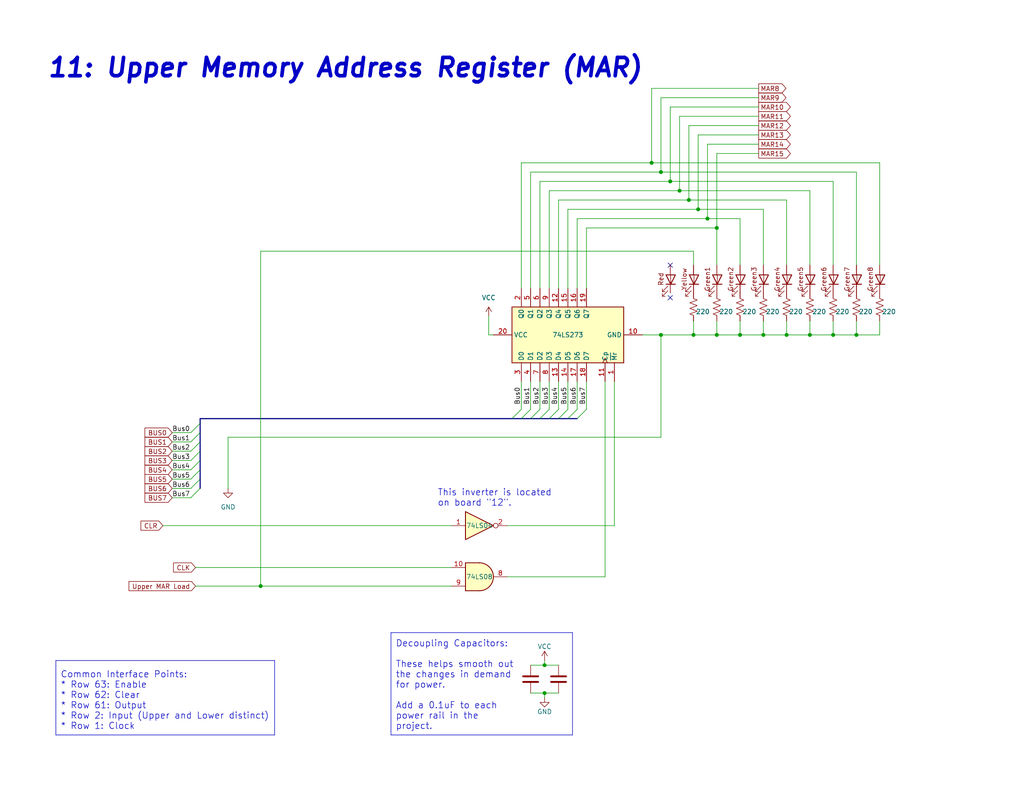
<source format=kicad_sch>
(kicad_sch (version 20211123) (generator eeschema)
  (paper "USLetter")
  (title_block (title "11: Upper Memory Address Register (MAR)") (date "2022-02-27") (rev "1.1") (comment 1 "This board is located in Column 1 and Row 1") (comment 2 "The 74LS08 located on this board is shared with board \"12\"") (comment 3 "The 74LS04 is located on board \"12\""))
  (lib_symbols
    (symbol "74xx:74LS04"
      (property "Reference" "U" (at 0 1.27 0))
      (property "Value" "74LS04" (at 0 -1.27 0))
      (symbol "74LS04_1_0"
        (polyline (pts (xy -3.81 3.81) (xy -3.81 -3.81) (xy 3.81 0) (xy -3.81 3.81)) (stroke (width 0.254)) (fill (type background)))
        (pin input line (at -7.62 0 0) (length 3.81) (name "~") (number "1"))
        (pin output inverted (at 7.62 0 180) (length 3.81) (name "~") (number "2"))
      )
      (symbol "74LS04_2_0"
        (polyline (pts (xy -3.81 3.81) (xy -3.81 -3.81) (xy 3.81 0) (xy -3.81 3.81)) (stroke (width 0.254)) (fill (type background)))
        (pin input line (at -7.62 0 0) (length 3.81) (name "~") (number "3"))
        (pin output inverted (at 7.62 0 180) (length 3.81) (name "~") (number "4"))
      )
      (symbol "74LS04_3_0"
        (polyline (pts (xy -3.81 3.81) (xy -3.81 -3.81) (xy 3.81 0) (xy -3.81 3.81)) (stroke (width 0.254)) (fill (type background)))
        (pin input line (at -7.62 0 0) (length 3.81) (name "~") (number "5"))
        (pin output inverted (at 7.62 0 180) (length 3.81) (name "~") (number "6"))
      )
      (symbol "74LS04_4_0"
        (polyline (pts (xy -3.81 3.81) (xy -3.81 -3.81) (xy 3.81 0) (xy -3.81 3.81)) (stroke (width 0.254)) (fill (type background)))
        (pin output inverted (at 7.62 0 180) (length 3.81) (name "~") (number "8"))
        (pin input line (at -7.62 0 0) (length 3.81) (name "~") (number "9"))
      )
      (symbol "74LS04_5_0"
        (polyline (pts (xy -3.81 3.81) (xy -3.81 -3.81) (xy 3.81 0) (xy -3.81 3.81)) (stroke (width 0.254)) (fill (type background)))
        (pin output inverted (at 7.62 0 180) (length 3.81) (name "~") (number "10"))
        (pin input line (at -7.62 0 0) (length 3.81) (name "~") (number "11"))
      )
      (symbol "74LS04_6_0"
        (polyline (pts (xy -3.81 3.81) (xy -3.81 -3.81) (xy 3.81 0) (xy -3.81 3.81)) (stroke (width 0.254)) (fill (type background)))
        (pin output inverted (at 7.62 0 180) (length 3.81) (name "~") (number "12"))
        (pin input line (at -7.62 0 0) (length 3.81) (name "~") (number "13"))
      )
      (symbol "74LS04_7_0"
        (pin power_in line (at 0 12.7 270) (length 5.08) (name "VCC") (number "14"))
        (pin power_in line (at 0 -12.7 90) (length 5.08) (name "GND") (number "7"))
      )
      (symbol "74LS04_7_1"
        (rectangle (start -5.08 7.62) (end 5.08 -7.62) (stroke (width 0.254)) (fill (type background)))
      )
    )
    (symbol "74xx:74LS08" (pin_names (offset 1.016))
      (property "Reference" "U" (at 0 1.27 0))
      (property "Value" "74LS08" (at 0 -1.27 0))
      (symbol "74LS08_1_1"
        (arc (start 0 -3.81) (mid 3.81 0) (end 0 3.81) (stroke (width 0.254)) (fill (type background)))
        (polyline (pts (xy 0 3.81) (xy -3.81 3.81) (xy -3.81 -3.81) (xy 0 -3.81)) (stroke (width 0.254)) (fill (type background)))
        (pin input line (at -7.62 2.54 0) (length 3.81) (name "~") (number "1"))
        (pin input line (at -7.62 -2.54 0) (length 3.81) (name "~") (number "2"))
        (pin output line (at 7.62 0 180) (length 3.81) (name "~") (number "3"))
      )
      (symbol "74LS08_1_2"
        (arc (start -3.81 -3.81) (mid -2.589 0) (end -3.81 3.81) (stroke (width 0.254)))
        (arc (start -0.6096 -3.81) (mid 2.1855 -2.584) (end 3.81 0) (stroke (width 0.254)) (fill (type background)))
        (polyline (pts (xy -3.81 -3.81) (xy -0.635 -3.81)) (stroke (width 0.254)) (fill (type background)))
        (polyline (pts (xy -3.81 3.81) (xy -0.635 3.81)) (stroke (width 0.254)) (fill (type background)))
        (polyline (pts (xy -0.635 3.81) (xy -3.81 3.81) (xy -3.81 3.81) (xy -3.556 3.4036) (xy -3.0226 2.2606) (xy -2.6924 1.0414) (xy -2.6162 -0.254) (xy -2.7686 -1.4986) (xy -3.175 -2.7178) (xy -3.81 -3.81) (xy -3.81 -3.81) (xy -0.635 -3.81)) (stroke (width -25.4)) (fill (type background)))
        (arc (start 3.81 0) (mid 2.1928 2.5925) (end -0.6096 3.81) (stroke (width 0.254)) (fill (type background)))
        (pin input inverted (at -7.62 2.54 0) (length 4.318) (name "~") (number "1"))
        (pin input inverted (at -7.62 -2.54 0) (length 4.318) (name "~") (number "2"))
        (pin output inverted (at 7.62 0 180) (length 3.81) (name "~") (number "3"))
      )
      (symbol "74LS08_2_1"
        (arc (start 0 -3.81) (mid 3.81 0) (end 0 3.81) (stroke (width 0.254)) (fill (type background)))
        (polyline (pts (xy 0 3.81) (xy -3.81 3.81) (xy -3.81 -3.81) (xy 0 -3.81)) (stroke (width 0.254)) (fill (type background)))
        (pin input line (at -7.62 2.54 0) (length 3.81) (name "~") (number "4"))
        (pin input line (at -7.62 -2.54 0) (length 3.81) (name "~") (number "5"))
        (pin output line (at 7.62 0 180) (length 3.81) (name "~") (number "6"))
      )
      (symbol "74LS08_2_2"
        (arc (start -3.81 -3.81) (mid -2.589 0) (end -3.81 3.81) (stroke (width 0.254)))
        (arc (start -0.6096 -3.81) (mid 2.1855 -2.584) (end 3.81 0) (stroke (width 0.254)) (fill (type background)))
        (polyline (pts (xy -3.81 -3.81) (xy -0.635 -3.81)) (stroke (width 0.254)) (fill (type background)))
        (polyline (pts (xy -3.81 3.81) (xy -0.635 3.81)) (stroke (width 0.254)) (fill (type background)))
        (polyline (pts (xy -0.635 3.81) (xy -3.81 3.81) (xy -3.81 3.81) (xy -3.556 3.4036) (xy -3.0226 2.2606) (xy -2.6924 1.0414) (xy -2.6162 -0.254) (xy -2.7686 -1.4986) (xy -3.175 -2.7178) (xy -3.81 -3.81) (xy -3.81 -3.81) (xy -0.635 -3.81)) (stroke (width -25.4)) (fill (type background)))
        (arc (start 3.81 0) (mid 2.1928 2.5925) (end -0.6096 3.81) (stroke (width 0.254)) (fill (type background)))
        (pin input inverted (at -7.62 2.54 0) (length 4.318) (name "~") (number "4"))
        (pin input inverted (at -7.62 -2.54 0) (length 4.318) (name "~") (number "5"))
        (pin output inverted (at 7.62 0 180) (length 3.81) (name "~") (number "6"))
      )
      (symbol "74LS08_3_1"
        (arc (start 0 -3.81) (mid 3.81 0) (end 0 3.81) (stroke (width 0.254)) (fill (type background)))
        (polyline (pts (xy 0 3.81) (xy -3.81 3.81) (xy -3.81 -3.81) (xy 0 -3.81)) (stroke (width 0.254)) (fill (type background)))
        (pin input line (at -7.62 -2.54 0) (length 3.81) (name "~") (number "10"))
        (pin output line (at 7.62 0 180) (length 3.81) (name "~") (number "8"))
        (pin input line (at -7.62 2.54 0) (length 3.81) (name "~") (number "9"))
      )
      (symbol "74LS08_3_2"
        (arc (start -3.81 -3.81) (mid -2.589 0) (end -3.81 3.81) (stroke (width 0.254)))
        (arc (start -0.6096 -3.81) (mid 2.1855 -2.584) (end 3.81 0) (stroke (width 0.254)) (fill (type background)))
        (polyline (pts (xy -3.81 -3.81) (xy -0.635 -3.81)) (stroke (width 0.254)) (fill (type background)))
        (polyline (pts (xy -3.81 3.81) (xy -0.635 3.81)) (stroke (width 0.254)) (fill (type background)))
        (polyline (pts (xy -0.635 3.81) (xy -3.81 3.81) (xy -3.81 3.81) (xy -3.556 3.4036) (xy -3.0226 2.2606) (xy -2.6924 1.0414) (xy -2.6162 -0.254) (xy -2.7686 -1.4986) (xy -3.175 -2.7178) (xy -3.81 -3.81) (xy -3.81 -3.81) (xy -0.635 -3.81)) (stroke (width -25.4)) (fill (type background)))
        (arc (start 3.81 0) (mid 2.1928 2.5925) (end -0.6096 3.81) (stroke (width 0.254)) (fill (type background)))
        (pin input inverted (at -7.62 -2.54 0) (length 4.318) (name "~") (number "10"))
        (pin output inverted (at 7.62 0 180) (length 3.81) (name "~") (number "8"))
        (pin input inverted (at -7.62 2.54 0) (length 4.318) (name "~") (number "9"))
      )
      (symbol "74LS08_4_1"
        (arc (start 0 -3.81) (mid 3.81 0) (end 0 3.81) (stroke (width 0.254)) (fill (type background)))
        (polyline (pts (xy 0 3.81) (xy -3.81 3.81) (xy -3.81 -3.81) (xy 0 -3.81)) (stroke (width 0.254)) (fill (type background)))
        (pin output line (at 7.62 0 180) (length 3.81) (name "~") (number "11"))
        (pin input line (at -7.62 2.54 0) (length 3.81) (name "~") (number "12"))
        (pin input line (at -7.62 -2.54 0) (length 3.81) (name "~") (number "13"))
      )
      (symbol "74LS08_4_2"
        (arc (start -3.81 -3.81) (mid -2.589 0) (end -3.81 3.81) (stroke (width 0.254)))
        (arc (start -0.6096 -3.81) (mid 2.1855 -2.584) (end 3.81 0) (stroke (width 0.254)) (fill (type background)))
        (polyline (pts (xy -3.81 -3.81) (xy -0.635 -3.81)) (stroke (width 0.254)) (fill (type background)))
        (polyline (pts (xy -3.81 3.81) (xy -0.635 3.81)) (stroke (width 0.254)) (fill (type background)))
        (polyline (pts (xy -0.635 3.81) (xy -3.81 3.81) (xy -3.81 3.81) (xy -3.556 3.4036) (xy -3.0226 2.2606) (xy -2.6924 1.0414) (xy -2.6162 -0.254) (xy -2.7686 -1.4986) (xy -3.175 -2.7178) (xy -3.81 -3.81) (xy -3.81 -3.81) (xy -0.635 -3.81)) (stroke (width -25.4)) (fill (type background)))
        (arc (start 3.81 0) (mid 2.1928 2.5925) (end -0.6096 3.81) (stroke (width 0.254)) (fill (type background)))
        (pin output inverted (at 7.62 0 180) (length 3.81) (name "~") (number "11"))
        (pin input inverted (at -7.62 2.54 0) (length 4.318) (name "~") (number "12"))
        (pin input inverted (at -7.62 -2.54 0) (length 4.318) (name "~") (number "13"))
      )
      (symbol "74LS08_5_0"
        (pin power_in line (at 0 12.7 270) (length 5.08) (name "VCC") (number "14"))
        (pin power_in line (at 0 -12.7 90) (length 5.08) (name "GND") (number "7"))
      )
      (symbol "74LS08_5_1"
        (rectangle (start -5.08 7.62) (end 5.08 -7.62) (stroke (width 0.254)) (fill (type background)))
      )
    )
    (symbol "74xx:74LS273"
      (property "Reference" "U" (at -7.62 16.51 0))
      (property "Value" "74LS273" (at -7.62 -16.51 0))
      (symbol "74LS273_1_0"
        (pin input line (at -12.7 -12.7 0) (length 5.08) (name "~{Mr}") (number "1"))
        (pin power_in line (at 0 -20.32 90) (length 5.08) (name "GND") (number "10"))
        (pin input clock (at -12.7 -10.16 0) (length 5.08) (name "Cp") (number "11"))
        (pin output line (at 12.7 2.54 180) (length 5.08) (name "Q4") (number "12"))
        (pin input line (at -12.7 2.54 0) (length 5.08) (name "D4") (number "13"))
        (pin input line (at -12.7 0 0) (length 5.08) (name "D5") (number "14"))
        (pin output line (at 12.7 0 180) (length 5.08) (name "Q5") (number "15"))
        (pin output line (at 12.7 -2.54 180) (length 5.08) (name "Q6") (number "16"))
        (pin input line (at -12.7 -2.54 0) (length 5.08) (name "D6") (number "17"))
        (pin input line (at -12.7 -5.08 0) (length 5.08) (name "D7") (number "18"))
        (pin output line (at 12.7 -5.08 180) (length 5.08) (name "Q7") (number "19"))
        (pin output line (at 12.7 12.7 180) (length 5.08) (name "Q0") (number "2"))
        (pin power_in line (at 0 20.32 270) (length 5.08) (name "VCC") (number "20"))
        (pin input line (at -12.7 12.7 0) (length 5.08) (name "D0") (number "3"))
        (pin input line (at -12.7 10.16 0) (length 5.08) (name "D1") (number "4"))
        (pin output line (at 12.7 10.16 180) (length 5.08) (name "Q1") (number "5"))
        (pin output line (at 12.7 7.62 180) (length 5.08) (name "Q2") (number "6"))
        (pin input line (at -12.7 7.62 0) (length 5.08) (name "D2") (number "7"))
        (pin input line (at -12.7 5.08 0) (length 5.08) (name "D3") (number "8"))
        (pin output line (at 12.7 5.08 180) (length 5.08) (name "Q3") (number "9"))
      )
      (symbol "74LS273_1_1"
        (rectangle (start -7.62 15.24) (end 7.62 -15.24) (stroke (width 0.254)) (fill (type background)))
      )
    )
    (symbol "Device:C" (pin_numbers hide) (pin_names (offset 0.254))
      (property "Reference" "C" (at 0.635 2.54 0))
      (property "Value" "C" (at 0.635 -2.54 0))
      (symbol "C_0_1"
        (polyline (pts (xy -2.032 -0.762) (xy 2.032 -0.762)) (stroke (width 0.508)))
        (polyline (pts (xy -2.032 0.762) (xy 2.032 0.762)) (stroke (width 0.508)))
      )
      (symbol "C_1_1"
        (pin passive line (at 0 3.81 270) (length 2.794) (name "~") (number "1"))
        (pin passive line (at 0 -3.81 90) (length 2.794) (name "~") (number "2"))
      )
    )
    (symbol "Device:R_US" (pin_numbers hide) (pin_names (offset 0))
      (property "Reference" "R" (at 2.54 0 90))
      (property "Value" "R_US" (at -2.54 0 90))
      (symbol "R_US_0_1"
        (polyline (pts (xy 0 -2.286) (xy 0 -2.54)))
        (polyline (pts (xy 0 2.286) (xy 0 2.54)))
        (polyline (pts (xy 0 -0.762) (xy 1.016 -1.143) (xy 0 -1.524) (xy -1.016 -1.905) (xy 0 -2.286)))
        (polyline (pts (xy 0 0.762) (xy 1.016 0.381) (xy 0 0) (xy -1.016 -0.381) (xy 0 -0.762)))
        (polyline (pts (xy 0 2.286) (xy 1.016 1.905) (xy 0 1.524) (xy -1.016 1.143) (xy 0 0.762)))
      )
      (symbol "R_US_1_1"
        (pin passive line (at 0 3.81 270) (length 1.27) (name "~") (number "1"))
        (pin passive line (at 0 -3.81 90) (length 1.27) (name "~") (number "2"))
      )
    )
    (symbol "SB1R1Y8G_LED:SB1R1Y8G_LED"
      (symbol "SB1R1Y8G_LED_0_0"
        (text "" (at 0.635 0 900) (effects (font (size 1.27 1.27))))
        (text "" (at 1.27 -15.24 0) (effects (font (size 1.27 1.27))))
      )
      (symbol "SB1R1Y8G_LED_0_1"
        (polyline (pts (xy -1.397 -0.127) (xy 1.143 -0.127)))
        (polyline (pts (xy -1.397 1.143) (xy -1.397 -1.397)) (stroke (width 0.254)))
        (polyline (pts (xy 1.143 1.143) (xy 1.143 -1.397) (xy -1.397 -0.127) (xy 1.143 1.143)) (stroke (width 0.254)))
        (polyline (pts (xy -3.175 0.635) (xy -4.699 2.159) (xy -3.937 2.159) (xy -4.699 2.159) (xy -4.699 1.397)))
        (polyline (pts (xy -1.905 0.635) (xy -3.429 2.159) (xy -2.667 2.159) (xy -3.429 2.159) (xy -3.429 1.397)))
      )
      (symbol "SB1R1Y8G_LED_1_0"
        (text "Red" (at 0 2.54 0) (effects (font (size 1.27 1.27))))
      )
      (symbol "SB1R1Y8G_LED_1_1"
        (pin passive line (at -3.81 0 0) (length 2.54) (name "") (number "1"))
        (pin passive line (at 3.81 0 180) (length 2.54) (name "") (number "11"))
      )
      (symbol "SB1R1Y8G_LED_2_0"
        (text "Yellow" (at 0 2.54 0) (effects (font (size 1.27 1.27))))
      )
      (symbol "SB1R1Y8G_LED_2_1"
        (pin passive line (at 3.81 0 180) (length 2.54) (name "") (number "12"))
        (pin passive line (at -3.81 0 0) (length 2.54) (name "") (number "2"))
      )
      (symbol "SB1R1Y8G_LED_3_0"
        (text "Green1" (at 0 2.54 0) (effects (font (size 1.27 1.27))))
      )
      (symbol "SB1R1Y8G_LED_3_1"
        (pin passive line (at 3.81 0 180) (length 2.54) (name "") (number "13"))
        (pin passive line (at -3.81 0 0) (length 2.54) (name "") (number "3"))
      )
      (symbol "SB1R1Y8G_LED_4_0"
        (text "Green2" (at 0 2.54 0) (effects (font (size 1.27 1.27))))
      )
      (symbol "SB1R1Y8G_LED_4_1"
        (pin passive line (at 3.81 0 180) (length 2.54) (name "") (number "14"))
        (pin passive line (at -3.81 0 0) (length 2.54) (name "") (number "4"))
      )
      (symbol "SB1R1Y8G_LED_5_0"
        (text "Green3" (at 0 2.54 0) (effects (font (size 1.27 1.27))))
      )
      (symbol "SB1R1Y8G_LED_5_1"
        (pin passive line (at 3.81 0 180) (length 2.54) (name "") (number "15"))
        (pin passive line (at -3.81 0 0) (length 2.54) (name "") (number "5"))
      )
      (symbol "SB1R1Y8G_LED_6_0"
        (text "Green4" (at 0 2.54 0) (effects (font (size 1.27 1.27))))
      )
      (symbol "SB1R1Y8G_LED_6_1"
        (pin passive line (at 3.81 0 180) (length 2.54) (name "") (number "16"))
        (pin passive line (at -3.81 0 0) (length 2.54) (name "") (number "6"))
      )
      (symbol "SB1R1Y8G_LED_7_0"
        (text "Green5" (at 0 2.54 0) (effects (font (size 1.27 1.27))))
      )
      (symbol "SB1R1Y8G_LED_7_1"
        (pin passive line (at 3.81 0 180) (length 2.54) (name "") (number "17"))
        (pin passive line (at -3.81 0 0) (length 2.54) (name "") (number "7"))
      )
      (symbol "SB1R1Y8G_LED_8_0"
        (text "Green6" (at 0 2.54 0) (effects (font (size 1.27 1.27))))
      )
      (symbol "SB1R1Y8G_LED_8_1"
        (pin passive line (at 3.81 0 180) (length 2.54) (name "") (number "18"))
        (pin passive line (at -3.81 0 0) (length 2.54) (name "") (number "8"))
      )
      (symbol "SB1R1Y8G_LED_9_0"
        (text "Green7" (at 0 2.54 0) (effects (font (size 1.27 1.27))))
      )
      (symbol "SB1R1Y8G_LED_9_1"
        (pin passive line (at 3.81 0 180) (length 2.54) (name "") (number "19"))
        (pin passive line (at -3.81 0 0) (length 2.54) (name "") (number "9"))
      )
      (symbol "SB1R1Y8G_LED_10_0"
        (text "Green8" (at 0 2.54 0) (effects (font (size 1.27 1.27))))
      )
      (symbol "SB1R1Y8G_LED_10_1"
        (pin passive line (at 3.81 0 180) (length 2.54) (name "") (number "10"))
        (pin passive line (at -3.81 0 0) (length 2.54) (name "") (number "20"))
      )
    )
    (symbol "power:GND" (power) (pin_names (offset 0))
      (property "Value" "GND" (at 0 -3.81 0))
      (symbol "GND_0_1"
        (polyline (pts (xy 0 0) (xy 0 -1.27) (xy 1.27 -1.27) (xy 0 -2.54) (xy -1.27 -1.27) (xy 0 -1.27)))
      )
      (symbol "GND_1_1"
        (pin power_in line (at 0 0 270) (length 0) hide (name "GND") (number "1"))
      )
    )
    (symbol "power:VCC" (power) (pin_names (offset 0))
      (property "Value" "VCC" (at 0 3.81 0))
      (symbol "VCC_0_1"
        (polyline (pts (xy -0.762 1.27) (xy 0 2.54)))
        (polyline (pts (xy 0 0) (xy 0 2.54)))
        (polyline (pts (xy 0 2.54) (xy 0.762 1.27)))
      )
      (symbol "VCC_1_1"
        (pin power_in line (at 0 0 90) (length 0) hide (name "VCC") (number "1"))
      )
    )
  )
  (junction (at 195.58 62.23))
  (junction (at 214.63 91.44))
  (junction (at 180.34 46.99))
  (junction (at 148.59 181.61))
  (junction (at 182.88 49.53))
  (junction (at 193.04 59.69))
  (junction (at 180.34 91.44))
  (junction (at 185.42 52.07))
  (junction (at 227.33 91.44))
  (junction (at 190.5 57.15))
  (junction (at 71.12 160.02))
  (junction (at 195.58 91.44))
  (junction (at 233.68 91.44))
  (junction (at 187.96 54.61))
  (junction (at 201.93 91.44))
  (junction (at 220.98 91.44))
  (junction (at 177.8 44.45))
  (junction (at 208.28 91.44))
  (junction (at 189.23 91.44))
  (junction (at 148.59 189.23))
  (no_connect (at 182.88 81.28))
  (no_connect (at 182.88 72.39))
  (bus_entry (at 52.07 125.73) (size 2.54 -2.54))
  (bus_entry (at 52.07 123.19) (size 2.54 -2.54))
  (bus_entry (at 149.86 111.76) (size -2.54 2.54))
  (bus_entry (at 147.32 111.76) (size -2.54 2.54))
  (bus_entry (at 52.07 118.11) (size 2.54 -2.54))
  (bus_entry (at 142.24 111.76) (size -2.54 2.54))
  (bus_entry (at 152.4 111.76) (size -2.54 2.54))
  (bus_entry (at 52.07 135.89) (size 2.54 -2.54))
  (bus_entry (at 160.02 111.76) (size -2.54 2.54))
  (bus_entry (at 52.07 133.35) (size 2.54 -2.54))
  (bus_entry (at 52.07 128.27) (size 2.54 -2.54))
  (bus_entry (at 144.78 111.76) (size -2.54 2.54))
  (bus_entry (at 157.48 111.76) (size -2.54 2.54))
  (bus_entry (at 154.94 111.76) (size -2.54 2.54))
  (bus_entry (at 52.07 130.81) (size 2.54 -2.54))
  (bus_entry (at 52.07 120.65) (size 2.54 -2.54))
  (wire (pts (xy 189.23 68.58) (xy 189.23 72.39)))
  (wire (pts (xy 152.4 104.14) (xy 152.4 111.76)))
  (wire (pts (xy 233.68 91.44) (xy 240.03 91.44)))
  (wire (pts (xy 144.78 104.14) (xy 144.78 111.76)))
  (wire (pts (xy 138.43 143.51) (xy 167.64 143.51)))
  (wire (pts (xy 190.5 57.15) (xy 208.28 57.15)))
  (wire (pts (xy 157.48 78.74) (xy 157.48 59.69)))
  (wire (pts (xy 207.01 26.67) (xy 180.34 26.67)))
  (wire (pts (xy 148.59 189.23) (xy 152.4 189.23)))
  (bus (pts (xy 54.61 120.65) (xy 54.61 123.19)))
  (wire (pts (xy 46.99 135.89) (xy 52.07 135.89)))
  (wire (pts (xy 142.24 104.14) (xy 142.24 111.76)))
  (wire (pts (xy 152.4 78.74) (xy 152.4 54.61)))
  (polyline (pts (xy 74.93 200.66) (xy 15.24 200.66)) (stroke (width 0) (type solid)))
  (bus (pts (xy 54.61 123.19) (xy 54.61 125.73)))
  (wire (pts (xy 46.99 123.19) (xy 52.07 123.19)))
  (wire (pts (xy 214.63 54.61) (xy 214.63 72.39)))
  (bus (pts (xy 152.4 114.3) (xy 149.86 114.3)))
  (wire (pts (xy 147.32 104.14) (xy 147.32 111.76)))
  (wire (pts (xy 138.43 157.48) (xy 165.1 157.48)))
  (wire (pts (xy 144.78 46.99) (xy 180.34 46.99)))
  (wire (pts (xy 201.93 91.44) (xy 208.28 91.44)))
  (bus (pts (xy 54.61 114.3) (xy 54.61 115.57)))
  (wire (pts (xy 220.98 87.63) (xy 220.98 91.44)))
  (wire (pts (xy 208.28 91.44) (xy 214.63 91.44)))
  (bus (pts (xy 147.32 114.3) (xy 144.78 114.3)))
  (wire (pts (xy 62.23 119.38) (xy 180.34 119.38)))
  (wire (pts (xy 189.23 91.44) (xy 195.58 91.44)))
  (wire (pts (xy 195.58 41.91) (xy 195.58 62.23)))
  (wire (pts (xy 208.28 57.15) (xy 208.28 72.39)))
  (wire (pts (xy 53.34 160.02) (xy 71.12 160.02)))
  (wire (pts (xy 144.78 78.74) (xy 144.78 46.99)))
  (wire (pts (xy 149.86 78.74) (xy 149.86 52.07)))
  (wire (pts (xy 160.02 62.23) (xy 195.58 62.23)))
  (wire (pts (xy 207.01 36.83) (xy 190.5 36.83)))
  (wire (pts (xy 214.63 87.63) (xy 214.63 91.44)))
  (wire (pts (xy 175.26 91.44) (xy 180.34 91.44)))
  (polyline (pts (xy 156.21 200.66) (xy 106.68 200.66)) (stroke (width 0) (type solid)))
  (wire (pts (xy 180.34 91.44) (xy 180.34 119.38)))
  (wire (pts (xy 187.96 34.29) (xy 187.96 54.61)))
  (wire (pts (xy 167.64 104.14) (xy 167.64 143.51)))
  (wire (pts (xy 189.23 87.63) (xy 189.23 91.44)))
  (wire (pts (xy 144.78 181.61) (xy 148.59 181.61)))
  (polyline (pts (xy 156.21 172.72) (xy 156.21 200.66)) (stroke (width 0) (type solid)))
  (wire (pts (xy 180.34 91.44) (xy 189.23 91.44)))
  (bus (pts (xy 142.24 114.3) (xy 139.7 114.3)))
  (wire (pts (xy 207.01 31.75) (xy 185.42 31.75)))
  (wire (pts (xy 154.94 78.74) (xy 154.94 57.15)))
  (wire (pts (xy 152.4 54.61) (xy 187.96 54.61)))
  (wire (pts (xy 53.34 154.94) (xy 123.19 154.94)))
  (wire (pts (xy 157.48 59.69) (xy 193.04 59.69)))
  (wire (pts (xy 133.35 86.36) (xy 133.35 91.44)))
  (wire (pts (xy 46.99 128.27) (xy 52.07 128.27)))
  (wire (pts (xy 147.32 78.74) (xy 147.32 49.53)))
  (wire (pts (xy 201.93 87.63) (xy 201.93 91.44)))
  (bus (pts (xy 54.61 115.57) (xy 54.61 118.11)))
  (bus (pts (xy 144.78 114.3) (xy 142.24 114.3)))
  (wire (pts (xy 71.12 160.02) (xy 123.19 160.02)))
  (wire (pts (xy 227.33 49.53) (xy 227.33 72.39)))
  (polyline (pts (xy 106.68 172.72) (xy 156.21 172.72)) (stroke (width 0) (type solid)))
  (wire (pts (xy 185.42 31.75) (xy 185.42 52.07)))
  (wire (pts (xy 195.58 87.63) (xy 195.58 91.44)))
  (wire (pts (xy 233.68 87.63) (xy 233.68 91.44)))
  (wire (pts (xy 154.94 104.14) (xy 154.94 111.76)))
  (wire (pts (xy 46.99 125.73) (xy 52.07 125.73)))
  (bus (pts (xy 54.61 130.81) (xy 54.61 133.35)))
  (bus (pts (xy 149.86 114.3) (xy 147.32 114.3)))
  (wire (pts (xy 193.04 39.37) (xy 193.04 59.69)))
  (wire (pts (xy 190.5 36.83) (xy 190.5 57.15)))
  (wire (pts (xy 220.98 52.07) (xy 220.98 72.39)))
  (wire (pts (xy 201.93 59.69) (xy 201.93 72.39)))
  (wire (pts (xy 46.99 130.81) (xy 52.07 130.81)))
  (wire (pts (xy 71.12 68.58) (xy 71.12 160.02)))
  (wire (pts (xy 177.8 24.13) (xy 177.8 44.45)))
  (polyline (pts (xy 106.68 172.72) (xy 106.68 200.66)) (stroke (width 0) (type solid)))
  (wire (pts (xy 46.99 133.35) (xy 52.07 133.35)))
  (wire (pts (xy 157.48 104.14) (xy 157.48 111.76)))
  (bus (pts (xy 54.61 128.27) (xy 54.61 130.81)))
  (wire (pts (xy 148.59 181.61) (xy 152.4 181.61)))
  (wire (pts (xy 227.33 91.44) (xy 233.68 91.44)))
  (wire (pts (xy 207.01 41.91) (xy 195.58 41.91)))
  (wire (pts (xy 214.63 91.44) (xy 220.98 91.44)))
  (bus (pts (xy 54.61 118.11) (xy 54.61 120.65)))
  (wire (pts (xy 133.35 91.44) (xy 134.62 91.44)))
  (wire (pts (xy 148.59 180.34) (xy 148.59 181.61)))
  (wire (pts (xy 233.68 46.99) (xy 233.68 72.39)))
  (wire (pts (xy 149.86 104.14) (xy 149.86 111.76)))
  (wire (pts (xy 207.01 24.13) (xy 177.8 24.13)))
  (bus (pts (xy 157.48 114.3) (xy 154.94 114.3)))
  (wire (pts (xy 207.01 34.29) (xy 187.96 34.29)))
  (wire (pts (xy 207.01 39.37) (xy 193.04 39.37)))
  (wire (pts (xy 62.23 119.38) (xy 62.23 133.35)))
  (wire (pts (xy 182.88 29.21) (xy 182.88 49.53)))
  (wire (pts (xy 207.01 29.21) (xy 182.88 29.21)))
  (wire (pts (xy 187.96 54.61) (xy 214.63 54.61)))
  (polyline (pts (xy 15.24 180.34) (xy 74.93 180.34)) (stroke (width 0) (type solid)))
  (wire (pts (xy 160.02 78.74) (xy 160.02 62.23)))
  (wire (pts (xy 195.58 62.23) (xy 195.58 72.39)))
  (wire (pts (xy 46.99 120.65) (xy 52.07 120.65)))
  (wire (pts (xy 142.24 78.74) (xy 142.24 44.45)))
  (wire (pts (xy 180.34 46.99) (xy 233.68 46.99)))
  (bus (pts (xy 154.94 114.3) (xy 152.4 114.3)))
  (bus (pts (xy 54.61 125.73) (xy 54.61 128.27)))
  (wire (pts (xy 144.78 189.23) (xy 148.59 189.23)))
  (wire (pts (xy 160.02 104.14) (xy 160.02 111.76)))
  (wire (pts (xy 71.12 68.58) (xy 189.23 68.58)))
  (wire (pts (xy 182.88 49.53) (xy 227.33 49.53)))
  (wire (pts (xy 142.24 44.45) (xy 177.8 44.45)))
  (wire (pts (xy 240.03 44.45) (xy 240.03 72.39)))
  (wire (pts (xy 227.33 87.63) (xy 227.33 91.44)))
  (wire (pts (xy 177.8 44.45) (xy 240.03 44.45)))
  (wire (pts (xy 195.58 91.44) (xy 201.93 91.44)))
  (wire (pts (xy 193.04 59.69) (xy 201.93 59.69)))
  (wire (pts (xy 44.45 143.51) (xy 123.19 143.51)))
  (wire (pts (xy 185.42 52.07) (xy 220.98 52.07)))
  (wire (pts (xy 149.86 52.07) (xy 185.42 52.07)))
  (wire (pts (xy 154.94 57.15) (xy 190.5 57.15)))
  (wire (pts (xy 180.34 26.67) (xy 180.34 46.99)))
  (wire (pts (xy 147.32 49.53) (xy 182.88 49.53)))
  (polyline (pts (xy 74.93 180.34) (xy 74.93 200.66)) (stroke (width 0) (type solid)))
  (wire (pts (xy 220.98 91.44) (xy 227.33 91.44)))
  (wire (pts (xy 46.99 118.11) (xy 52.07 118.11)))
  (wire (pts (xy 148.59 189.23) (xy 148.59 190.5)))
  (wire (pts (xy 165.1 104.14) (xy 165.1 157.48)))
  (polyline (pts (xy 15.24 180.34) (xy 15.24 200.66)) (stroke (width 0) (type solid)))
  (wire (pts (xy 208.28 87.63) (xy 208.28 91.44)))
  (bus (pts (xy 54.61 114.3) (xy 139.7 114.3)))
  (wire (pts (xy 240.03 87.63) (xy 240.03 91.44)))
  (text "This inverter is located \non board \"12\"." (at 119.38 138.43 0) (effects (font (size 1.75 1.75)) (justify left bottom)))
  (text " 11: Upper Memory Address Register (MAR)" (at 8.89 21.59 0) (effects (font (size 5 5) (thickness 1) bold italic) (justify left bottom)))
  (text "Common Interface Points:\n* Row 63: Enable\n* Row 62: Clear\n* Row 61: Output\n* Row 2: Input (Upper and Lower distinct)\n* Row 1: Clock" (at 16.51 199.39 0) (effects (font (size 1.75 1.75)) (justify left bottom)))
  (text "Decoupling Capacitors:\n\nThese helps smooth out \nthe changes in demand \nfor power.\n\nAdd a 0.1uF to each \npower rail in the \nproject." (at 107.95 199.39 0) (effects (font (size 1.75 1.75)) (justify left bottom)))
  (label "Bus6" (at 157.48 110.49 90))
  (label "Bus2" (at 46.99 123.19 0))
  (label "Bus4" (at 46.99 128.27 0))
  (label "Bus1" (at 144.78 110.49 90))
  (label "Bus3" (at 149.86 110.49 90))
  (label "Bus0" (at 142.24 110.49 90))
  (label "Bus6" (at 46.99 133.35 0))
  (label "Bus5" (at 46.99 130.81 0))
  (label "Bus2" (at 147.32 110.49 90))
  (label "Bus7" (at 160.02 110.49 90))
  (label "Bus5" (at 154.94 110.49 90))
  (label "Bus0" (at 46.99 118.11 0))
  (label "Bus1" (at 46.99 120.65 0))
  (label "Bus7" (at 46.99 135.89 0))
  (label "Bus4" (at 152.4 110.49 90))
  (label "Bus3" (at 46.99 125.73 0))
  (global_label "BUS5" (shape input) (at 46.99 130.81 180) (property "Intersheet References" "${INTERSHEET_REFS}" (effects hide)))
  (global_label "MAR14" (shape output) (at 207.01 39.37 0) (property "Intersheet References" "${INTERSHEET_REFS}" (effects hide)))
  (global_label "BUS1" (shape input) (at 46.99 120.65 180) (property "Intersheet References" "${INTERSHEET_REFS}" (effects hide)))
  (global_label "BUS4" (shape input) (at 46.99 128.27 180) (property "Intersheet References" "${INTERSHEET_REFS}" (effects hide)))
  (global_label "BUS6" (shape input) (at 46.99 133.35 180) (property "Intersheet References" "${INTERSHEET_REFS}" (effects hide)))
  (global_label "Upper MAR Load" (shape input) (at 53.34 160.02 180) (property "Intersheet References" "${INTERSHEET_REFS}" (effects hide)))
  (global_label "MAR8" (shape output) (at 207.01 24.13 0) (property "Intersheet References" "${INTERSHEET_REFS}" (effects hide)))
  (global_label "BUS2" (shape input) (at 46.99 123.19 180) (property "Intersheet References" "${INTERSHEET_REFS}" (effects hide)))
  (global_label "MAR10" (shape output) (at 207.01 29.21 0) (property "Intersheet References" "${INTERSHEET_REFS}" (effects hide)))
  (global_label "BUS7" (shape input) (at 46.99 135.89 180) (property "Intersheet References" "${INTERSHEET_REFS}" (effects hide)))
  (global_label "MAR15" (shape output) (at 207.01 41.91 0) (property "Intersheet References" "${INTERSHEET_REFS}" (effects hide)))
  (global_label "BUS3" (shape input) (at 46.99 125.73 180) (property "Intersheet References" "${INTERSHEET_REFS}" (effects hide)))
  (global_label "CLR" (shape input) (at 44.45 143.51 180) (property "Intersheet References" "${INTERSHEET_REFS}" (effects hide)))
  (global_label "MAR13" (shape output) (at 207.01 36.83 0) (property "Intersheet References" "${INTERSHEET_REFS}" (effects hide)))
  (global_label "CLK" (shape input) (at 53.34 154.94 180) (property "Intersheet References" "${INTERSHEET_REFS}" (effects hide)))
  (global_label "MAR9" (shape output) (at 207.01 26.67 0) (property "Intersheet References" "${INTERSHEET_REFS}" (effects hide)))
  (global_label "MAR11" (shape output) (at 207.01 31.75 0) (property "Intersheet References" "${INTERSHEET_REFS}" (effects hide)))
  (global_label "BUS0" (shape input) (at 46.99 118.11 180) (property "Intersheet References" "${INTERSHEET_REFS}" (effects hide)))
  (global_label "MAR12" (shape output) (at 207.01 34.29 0) (property "Intersheet References" "${INTERSHEET_REFS}" (effects hide)))
  (symbol (lib_id "SB1R1Y8G_LED:SB1R1Y8G_LED") (at 195.58 76.2 90) (unit 3)
    (property "Reference" "U?" (effects hide))
    (property "Value" "SB1R1Y8G_LED" (effects hide))
  )
  (symbol (lib_id "74xx:74LS08") (at 130.81 157.48 0) (mirror x) (unit 3)
    (property "Reference" "U?" (effects hide))
    (property "Value" "74LS08" (at 130.81 157.48 0))
    (property "Datasheet" "http://www.ti.com/lit/gpn/sn74LS08" (effects hide))
  )
  (symbol (lib_id "Device:R_US") (at 189.23 83.82 0) (unit 1)
    (property "Reference" "R?" (effects hide))
    (property "Value" "220" (at 191.77 85.0899 0))
  )
  (symbol (lib_id "Device:R_US") (at 220.98 83.82 0) (unit 1)
    (property "Reference" "R?" (effects hide))
    (property "Value" "220" (at 223.52 85.0899 0))
  )
  (symbol (lib_id "SB1R1Y8G_LED:SB1R1Y8G_LED") (at 233.68 76.2 90) (unit 9)
    (property "Reference" "U?" (effects hide))
    (property "Value" "SB1R1Y8G_LED" (effects hide))
  )
  (symbol (lib_id "power:GND") (at 62.23 133.35 0) (unit 1)
    (property "Reference" "#PWR?" (effects hide))
    (property "Value" "GND" (at 62.23 138.43 0))
  )
  (symbol (lib_id "Device:R_US") (at 201.93 83.82 0) (unit 1)
    (property "Reference" "R?" (effects hide))
    (property "Value" "220" (at 204.47 85.0899 0))
  )
  (symbol (lib_id "power:VCC") (at 133.35 86.36 0) (unit 1)
    (property "Reference" "#PWR?" (effects hide))
    (property "Value" "VCC" (at 133.35 81.28 0))
  )
  (symbol (lib_id "SB1R1Y8G_LED:SB1R1Y8G_LED") (at 214.63 76.2 90) (unit 6)
    (property "Reference" "U?" (effects hide))
    (property "Value" "SB1R1Y8G_LED" (effects hide))
  )
  (symbol (lib_id "Device:R_US") (at 233.68 83.82 0) (unit 1)
    (property "Reference" "R?" (effects hide))
    (property "Value" "220" (at 236.22 85.0899 0))
  )
  (symbol (lib_id "Device:C") (at 152.4 185.42 0) (unit 1)
    (property "Reference" "C?" (effects hide))
    (property "Value" "0.1uF" (effects hide))
  )
  (symbol (lib_id "SB1R1Y8G_LED:SB1R1Y8G_LED") (at 220.98 76.2 90) (unit 7)
    (property "Reference" "U?" (effects hide))
    (property "Value" "SB1R1Y8G_LED" (effects hide))
  )
  (symbol (lib_id "SB1R1Y8G_LED:SB1R1Y8G_LED") (at 227.33 76.2 90) (unit 8)
    (property "Reference" "U?" (effects hide))
    (property "Value" "SB1R1Y8G_LED" (effects hide))
  )
  (symbol (lib_id "SB1R1Y8G_LED:SB1R1Y8G_LED") (at 208.28 76.2 90) (unit 5)
    (property "Reference" "U?" (effects hide))
    (property "Value" "SB1R1Y8G_LED" (effects hide))
  )
  (symbol (lib_id "power:GND") (at 148.59 190.5 0) (unit 1)
    (property "Reference" "#PWR?" (effects hide))
    (property "Value" "GND" (at 148.59 194.31 0))
  )
  (symbol (lib_id "Device:C") (at 144.78 185.42 0) (unit 1)
    (property "Reference" "C?" (effects hide))
    (property "Value" "0.1uF" (effects hide))
  )
  (symbol (lib_id "SB1R1Y8G_LED:SB1R1Y8G_LED") (at 189.23 76.2 90) (unit 2)
    (property "Reference" "U?" (effects hide))
    (property "Value" "SB1R1Y8G_LED" (effects hide))
  )
  (symbol (lib_id "Device:R_US") (at 195.58 83.82 0) (unit 1)
    (property "Reference" "R?" (effects hide))
    (property "Value" "220" (at 198.12 85.0899 0))
  )
  (symbol (lib_id "Device:R_US") (at 208.28 83.82 0) (unit 1)
    (property "Reference" "R?" (effects hide))
    (property "Value" "220" (at 210.82 85.0899 0))
  )
  (symbol (lib_id "Device:R_US") (at 214.63 83.82 0) (unit 1)
    (property "Reference" "R?" (effects hide))
    (property "Value" "220" (at 217.17 85.0899 0))
  )
  (symbol (lib_id "SB1R1Y8G_LED:SB1R1Y8G_LED") (at 240.03 76.2 90) (unit 10)
    (property "Reference" "U?" (effects hide))
    (property "Value" "SB1R1Y8G_LED" (effects hide))
  )
  (symbol (lib_id "power:VCC") (at 148.59 180.34 0) (unit 1)
    (property "Reference" "#PWR?" (effects hide))
    (property "Value" "VCC" (at 148.59 176.53 0))
  )
  (symbol (lib_id "SB1R1Y8G_LED:SB1R1Y8G_LED") (at 182.88 76.2 90) (unit 1)
    (property "Reference" "U?" (effects hide))
    (property "Value" "SB1R1Y8G_LED" (effects hide))
  )
  (symbol (lib_id "Device:R_US") (at 240.03 83.82 0) (unit 1)
    (property "Reference" "R?" (effects hide))
    (property "Value" "220" (at 242.57 85.0899 0))
  )
  (symbol (lib_id "74xx:74LS04") (at 130.81 143.51 0) (unit 1)
    (property "Reference" "U?" (effects hide))
    (property "Value" "74LS04" (at 130.81 143.51 0))
    (property "Datasheet" "http://www.ti.com/lit/gpn/sn74LS04" (effects hide))
  )
  (symbol (lib_id "Device:R_US") (at 227.33 83.82 0) (unit 1)
    (property "Reference" "R?" (effects hide))
    (property "Value" "220" (at 229.87 85.0899 0))
  )
  (symbol (lib_id "SB1R1Y8G_LED:SB1R1Y8G_LED") (at 201.93 76.2 90) (unit 4)
    (property "Reference" "U?" (effects hide))
    (property "Value" "SB1R1Y8G_LED" (effects hide))
  )
  (symbol (lib_id "74xx:74LS273") (at 154.94 91.44 90) (unit 1)
    (property "Reference" "U?" (effects hide))
    (property "Value" "74LS273" (at 154.94 91.44 90))
    (property "Datasheet" "http://www.ti.com/lit/gpn/sn74LS273" (effects hide))
  )
)
</source>
